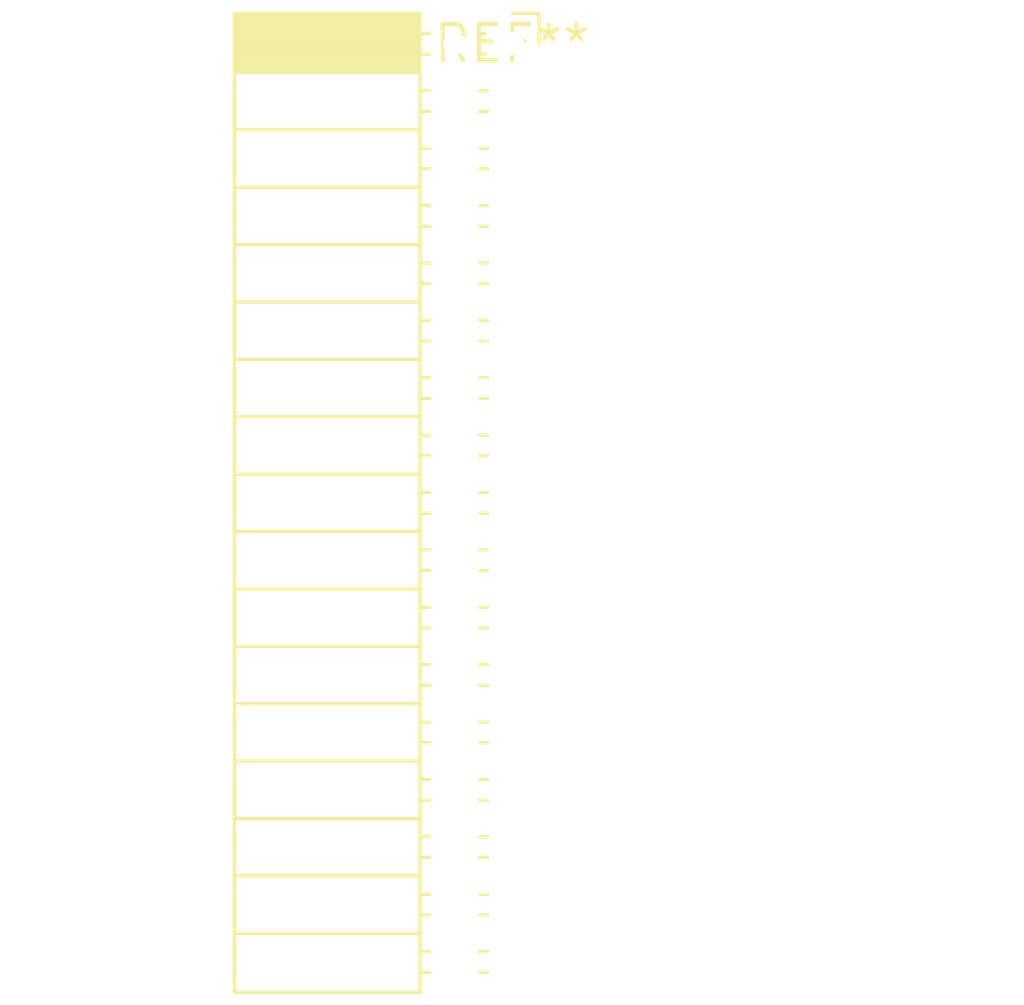
<source format=kicad_pcb>
(kicad_pcb (version 20240108) (generator pcbnew)
  (layers (0 "F.Cu" signal) (31 "B.Cu" signal) (34 "B.Paste" user) (35 "F.Paste" user) (36 "B.SilkS" user "B.Silkscreen") (37 "F.SilkS" user "F.Silkscreen") (38 "B.Mask" user) (39 "F.Mask" user) (44 "Edge.Cuts" user))
  (net 0 "")
  (footprint "PinSocket_2x17_P2.00mm_Horizontal" (layer "F.Cu") (at 0 0)
    (property "Reference" "REF**")
    (property "Value" "PinSocket_2x17_P2.00mm_Horizontal")
    (fp_line (start -9.68 -1.06) (end -9.68 33.06) (layer "F.SilkS") (stroke (width 0.12)))
    (fp_line (start -9.68 -1.06) (end -3.21 -1.06) (layer "F.SilkS") (stroke (width 0.12)))
    (fp_line (start -9.68 -0.94) (end -3.21 -0.94) (layer "F.SilkS") (stroke (width 0.12)))
    (fp_line (start -9.68 -0.825882) (end -3.21 -0.825882) (layer "F.SilkS") (stroke (width 0.12)))
    (fp_line (start -9.68 -0.711764) (end -3.21 -0.711764) (layer "F.SilkS") (stroke (width 0.12)))
    (fp_line (start -9.68 -0.597646) (end -3.21 -0.597646) (layer "F.SilkS") (stroke (width 0.12)))
    (fp_line (start -9.68 -0.483528) (end -3.21 -0.483528) (layer "F.SilkS") (stroke (width 0.12)))
    (fp_line (start -9.68 -0.36941) (end -3.21 -0.36941) (layer "F.SilkS") (stroke (width 0.12)))
    (fp_line (start -9.68 -0.255292) (end -3.21 -0.255292) (layer "F.SilkS") (stroke (width 0.12)))
    (fp_line (start -9.68 -0.141174) (end -3.21 -0.141174) (layer "F.SilkS") (stroke (width 0.12)))
    (fp_line (start -9.68 -0.027056) (end -3.21 -0.027056) (layer "F.SilkS") (stroke (width 0.12)))
    (fp_line (start -9.68 0.087062) (end -3.21 0.087062) (layer "F.SilkS") (stroke (width 0.12)))
    (fp_line (start -9.68 0.20118) (end -3.21 0.20118) (layer "F.SilkS") (stroke (width 0.12)))
    (fp_line (start -9.68 0.315298) (end -3.21 0.315298) (layer "F.SilkS") (stroke (width 0.12)))
    (fp_line (start -9.68 0.429416) (end -3.21 0.429416) (layer "F.SilkS") (stroke (width 0.12)))
    (fp_line (start -9.68 0.543534) (end -3.21 0.543534) (layer "F.SilkS") (stroke (width 0.12)))
    (fp_line (start -9.68 0.657652) (end -3.21 0.657652) (layer "F.SilkS") (stroke (width 0.12)))
    (fp_line (start -9.68 0.77177) (end -3.21 0.77177) (layer "F.SilkS") (stroke (width 0.12)))
    (fp_line (start -9.68 0.885888) (end -3.21 0.885888) (layer "F.SilkS") (stroke (width 0.12)))
    (fp_line (start -9.68 1) (end -3.21 1) (layer "F.SilkS") (stroke (width 0.12)))
    (fp_line (start -9.68 3) (end -3.21 3) (layer "F.SilkS") (stroke (width 0.12)))
    (fp_line (start -9.68 5) (end -3.21 5) (layer "F.SilkS") (stroke (width 0.12)))
    (fp_line (start -9.68 7) (end -3.21 7) (layer "F.SilkS") (stroke (width 0.12)))
    (fp_line (start -9.68 9) (end -3.21 9) (layer "F.SilkS") (stroke (width 0.12)))
    (fp_line (start -9.68 11) (end -3.21 11) (layer "F.SilkS") (stroke (width 0.12)))
    (fp_line (start -9.68 13) (end -3.21 13) (layer "F.SilkS") (stroke (width 0.12)))
    (fp_line (start -9.68 15) (end -3.21 15) (layer "F.SilkS") (stroke (width 0.12)))
    (fp_line (start -9.68 17) (end -3.21 17) (layer "F.SilkS") (stroke (width 0.12)))
    (fp_line (start -9.68 19) (end -3.21 19) (layer "F.SilkS") (stroke (width 0.12)))
    (fp_line (start -9.68 21) (end -3.21 21) (layer "F.SilkS") (stroke (width 0.12)))
    (fp_line (start -9.68 23) (end -3.21 23) (layer "F.SilkS") (stroke (width 0.12)))
    (fp_line (start -9.68 25) (end -3.21 25) (layer "F.SilkS") (stroke (width 0.12)))
    (fp_line (start -9.68 27) (end -3.21 27) (layer "F.SilkS") (stroke (width 0.12)))
    (fp_line (start -9.68 29) (end -3.21 29) (layer "F.SilkS") (stroke (width 0.12)))
    (fp_line (start -9.68 31) (end -3.21 31) (layer "F.SilkS") (stroke (width 0.12)))
    (fp_line (start -9.68 33.06) (end -3.21 33.06) (layer "F.SilkS") (stroke (width 0.12)))
    (fp_line (start -3.21 -1.06) (end -3.21 33.06) (layer "F.SilkS") (stroke (width 0.12)))
    (fp_line (start -3.21 -0.36) (end -2.862917 -0.36) (layer "F.SilkS") (stroke (width 0.12)))
    (fp_line (start -3.21 0.36) (end -2.862917 0.36) (layer "F.SilkS") (stroke (width 0.12)))
    (fp_line (start -3.21 1.64) (end -2.862917 1.64) (layer "F.SilkS") (stroke (width 0.12)))
    (fp_line (start -3.21 2.36) (end -2.862917 2.36) (layer "F.SilkS") (stroke (width 0.12)))
    (fp_line (start -3.21 3.64) (end -2.862917 3.64) (layer "F.SilkS") (stroke (width 0.12)))
    (fp_line (start -3.21 4.36) (end -2.862917 4.36) (layer "F.SilkS") (stroke (width 0.12)))
    (fp_line (start -3.21 5.64) (end -2.862917 5.64) (layer "F.SilkS") (stroke (width 0.12)))
    (fp_line (start -3.21 6.36) (end -2.862917 6.36) (layer "F.SilkS") (stroke (width 0.12)))
    (fp_line (start -3.21 7.64) (end -2.862917 7.64) (layer "F.SilkS") (stroke (width 0.12)))
    (fp_line (start -3.21 8.36) (end -2.862917 8.36) (layer "F.SilkS") (stroke (width 0.12)))
    (fp_line (start -3.21 9.64) (end -2.862917 9.64) (layer "F.SilkS") (stroke (width 0.12)))
    (fp_line (start -3.21 10.36) (end -2.862917 10.36) (layer "F.SilkS") (stroke (width 0.12)))
    (fp_line (start -3.21 11.64) (end -2.862917 11.64) (layer "F.SilkS") (stroke (width 0.12)))
    (fp_line (start -3.21 12.36) (end -2.862917 12.36) (layer "F.SilkS") (stroke (width 0.12)))
    (fp_line (start -3.21 13.64) (end -2.862917 13.64) (layer "F.SilkS") (stroke (width 0.12)))
    (fp_line (start -3.21 14.36) (end -2.862917 14.36) (layer "F.SilkS") (stroke (width 0.12)))
    (fp_line (start -3.21 15.64) (end -2.862917 15.64) (layer "F.SilkS") (stroke (width 0.12)))
    (fp_line (start -3.21 16.36) (end -2.862917 16.36) (layer "F.SilkS") (stroke (width 0.12)))
    (fp_line (start -3.21 17.64) (end -2.862917 17.64) (layer "F.SilkS") (stroke (width 0.12)))
    (fp_line (start -3.21 18.36) (end -2.862917 18.36) (layer "F.SilkS") (stroke (width 0.12)))
    (fp_line (start -3.21 19.64) (end -2.862917 19.64) (layer "F.SilkS") (stroke (width 0.12)))
    (fp_line (start -3.21 20.36) (end -2.862917 20.36) (layer "F.SilkS") (stroke (width 0.12)))
    (fp_line (start -3.21 21.64) (end -2.862917 21.64) (layer "F.SilkS") (stroke (width 0.12)))
    (fp_line (start -3.21 22.36) (end -2.862917 22.36) (layer "F.SilkS") (stroke (width 0.12)))
    (fp_line (start -3.21 23.64) (end -2.862917 23.64) (layer "F.SilkS") (stroke (width 0.12)))
    (fp_line (start -3.21 24.36) (end -2.862917 24.36) (layer "F.SilkS") (stroke (width 0.12)))
    (fp_line (start -3.21 25.64) (end -2.862917 25.64) (layer "F.SilkS") (stroke (width 0.12)))
    (fp_line (start -3.21 26.36) (end -2.862917 26.36) (layer "F.SilkS") (stroke (width 0.12)))
    (fp_line (start -3.21 27.64) (end -2.862917 27.64) (layer "F.SilkS") (stroke (width 0.12)))
    (fp_line (start -3.21 28.36) (end -2.862917 28.36) (layer "F.SilkS") (stroke (width 0.12)))
    (fp_line (start -3.21 29.64) (end -2.862917 29.64) (layer "F.SilkS") (stroke (width 0.12)))
    (fp_line (start -3.21 30.36) (end -2.862917 30.36) (layer "F.SilkS") (stroke (width 0.12)))
    (fp_line (start -3.21 31.64) (end -2.862917 31.64) (layer "F.SilkS") (stroke (width 0.12)))
    (fp_line (start -3.21 32.36) (end -2.862917 32.36) (layer "F.SilkS") (stroke (width 0.12)))
    (fp_line (start -1.137083 -0.36) (end -0.935 -0.36) (layer "F.SilkS") (stroke (width 0.12)))
    (fp_line (start -1.137083 0.36) (end -0.935 0.36) (layer "F.SilkS") (stroke (width 0.12)))
    (fp_line (start -1.137083 1.64) (end -0.862917 1.64) (layer "F.SilkS") (stroke (width 0.12)))
    (fp_line (start -1.137083 2.36) (end -0.862917 2.36) (layer "F.SilkS") (stroke (width 0.12)))
    (fp_line (start -1.137083 3.64) (end -0.862917 3.64) (layer "F.SilkS") (stroke (width 0.12)))
    (fp_line (start -1.137083 4.36) (end -0.862917 4.36) (layer "F.SilkS") (stroke (width 0.12)))
    (fp_line (start -1.137083 5.64) (end -0.862917 5.64) (layer "F.SilkS") (stroke (width 0.12)))
    (fp_line (start -1.137083 6.36) (end -0.862917 6.36) (layer "F.SilkS") (stroke (width 0.12)))
    (fp_line (start -1.137083 7.64) (end -0.862917 7.64) (layer "F.SilkS") (stroke (width 0.12)))
    (fp_line (start -1.137083 8.36) (end -0.862917 8.36) (layer "F.SilkS") (stroke (width 0.12)))
    (fp_line (start -1.137083 9.64) (end -0.862917 9.64) (layer "F.SilkS") (stroke (width 0.12)))
    (fp_line (start -1.137083 10.36) (end -0.862917 10.36) (layer "F.SilkS") (stroke (width 0.12)))
    (fp_line (start -1.137083 11.64) (end -0.862917 11.64) (layer "F.SilkS") (stroke (width 0.12)))
    (fp_line (start -1.137083 12.36) (end -0.862917 12.36) (layer "F.SilkS") (stroke (width 0.12)))
    (fp_line (start -1.137083 13.64) (end -0.862917 13.64) (layer "F.SilkS") (stroke (width 0.12)))
    (fp_line (start -1.137083 14.36) (end -0.862917 14.36) (layer "F.SilkS") (stroke (width 0.12)))
    (fp_line (start -1.137083 15.64) (end -0.862917 15.64) (layer "F.SilkS") (stroke (width 0.12)))
    (fp_line (start -1.137083 16.36) (end -0.862917 16.36) (layer "F.SilkS") (stroke (width 0.12)))
    (fp_line (start -1.137083 17.64) (end -0.862917 17.64) (layer "F.SilkS") (stroke (width 0.12)))
    (fp_line (start -1.137083 18.36) (end -0.862917 18.36) (layer "F.SilkS") (stroke (width 0.12)))
    (fp_line (start -1.137083 19.64) (end -0.862917 19.64) (layer "F.SilkS") (stroke (width 0.12)))
    (fp_line (start -1.137083 20.36) (end -0.862917 20.36) (layer "F.SilkS") (stroke (width 0.12)))
    (fp_line (start -1.137083 21.64) (end -0.862917 21.64) (layer "F.SilkS") (stroke (width 0.12)))
    (fp_line (start -1.137083 22.36) (end -0.862917 22.36) (layer "F.SilkS") (stroke (width 0.12)))
    (fp_line (start -1.137083 23.64) (end -0.862917 23.64) (layer "F.SilkS") (stroke (width 0.12)))
    (fp_line (start -1.137083 24.36) (end -0.862917 24.36) (layer "F.SilkS") (stroke (width 0.12)))
    (fp_line (start -1.137083 25.64) (end -0.862917 25.64) (layer "F.SilkS") (stroke (width 0.12)))
    (fp_line (start -1.137083 26.36) (end -0.862917 26.36) (layer "F.SilkS") (stroke (width 0.12)))
    (fp_line (start -1.137083 27.64) (end -0.862917 27.64) (layer "F.SilkS") (stroke (width 0.12)))
    (fp_line (start -1.137083 28.36) (end -0.862917 28.36) (layer "F.SilkS") (stroke (width 0.12)))
    (fp_line (start -1.137083 29.64) (end -0.862917 29.64) (layer "F.SilkS") (stroke (width 0.12)))
    (fp_line (start -1.137083 30.36) (end -0.862917 30.36) (layer "F.SilkS") (stroke (width 0.12)))
    (fp_line (start -1.137083 31.64) (end -0.862917 31.64) (layer "F.SilkS") (stroke (width 0.12)))
    (fp_line (start -1.137083 32.36) (end -0.862917 32.36) (layer "F.SilkS") (stroke (width 0.12)))
    (fp_line (start 0 -1.06) (end 0.935 -1.06) (layer "F.SilkS") (stroke (width 0.12)))
    (fp_line (start 0.935 -1.06) (end 0.935 0) (layer "F.SilkS") (stroke (width 0.12)))
    (pad "1" thru_hole rect (at 0 0) (size 1.35 1.35) (drill 0.8) (layers *.Cu *.Mask) (remove_unused_layers))
    (pad "2" thru_hole oval (at -2 0) (size 1.35 1.35) (drill 0.8) (layers *.Cu *.Mask) (remove_unused_layers))
    (pad "3" thru_hole oval (at 0 2) (size 1.35 1.35) (drill 0.8) (layers *.Cu *.Mask) (remove_unused_layers))
    (pad "4" thru_hole oval (at -2 2) (size 1.35 1.35) (drill 0.8) (layers *.Cu *.Mask) (remove_unused_layers))
    (pad "5" thru_hole oval (at 0 4) (size 1.35 1.35) (drill 0.8) (layers *.Cu *.Mask) (remove_unused_layers))
    (pad "6" thru_hole oval (at -2 4) (size 1.35 1.35) (drill 0.8) (layers *.Cu *.Mask) (remove_unused_layers))
    (pad "7" thru_hole oval (at 0 6) (size 1.35 1.35) (drill 0.8) (layers *.Cu *.Mask) (remove_unused_layers))
    (pad "8" thru_hole oval (at -2 6) (size 1.35 1.35) (drill 0.8) (layers *.Cu *.Mask) (remove_unused_layers))
    (pad "9" thru_hole oval (at 0 8) (size 1.35 1.35) (drill 0.8) (layers *.Cu *.Mask) (remove_unused_layers))
    (pad "10" thru_hole oval (at -2 8) (size 1.35 1.35) (drill 0.8) (layers *.Cu *.Mask) (remove_unused_layers))
    (pad "11" thru_hole oval (at 0 10) (size 1.35 1.35) (drill 0.8) (layers *.Cu *.Mask) (remove_unused_layers))
    (pad "12" thru_hole oval (at -2 10) (size 1.35 1.35) (drill 0.8) (layers *.Cu *.Mask) (remove_unused_layers))
    (pad "13" thru_hole oval (at 0 12) (size 1.35 1.35) (drill 0.8) (layers *.Cu *.Mask) (remove_unused_layers))
    (pad "14" thru_hole oval (at -2 12) (size 1.35 1.35) (drill 0.8) (layers *.Cu *.Mask) (remove_unused_layers))
    (pad "15" thru_hole oval (at 0 14) (size 1.35 1.35) (drill 0.8) (layers *.Cu *.Mask) (remove_unused_layers))
    (pad "16" thru_hole oval (at -2 14) (size 1.35 1.35) (drill 0.8) (layers *.Cu *.Mask) (remove_unused_layers))
    (pad "17" thru_hole oval (at 0 16) (size 1.35 1.35) (drill 0.8) (layers *.Cu *.Mask) (remove_unused_layers))
    (pad "18" thru_hole oval (at -2 16) (size 1.35 1.35) (drill 0.8) (layers *.Cu *.Mask) (remove_unused_layers))
    (pad "19" thru_hole oval (at 0 18) (size 1.35 1.35) (drill 0.8) (layers *.Cu *.Mask) (remove_unused_layers))
    (pad "20" thru_hole oval (at -2 18) (size 1.35 1.35) (drill 0.8) (layers *.Cu *.Mask) (remove_unused_layers))
    (pad "21" thru_hole oval (at 0 20) (size 1.35 1.35) (drill 0.8) (layers *.Cu *.Mask) (remove_unused_layers))
    (pad "22" thru_hole oval (at -2 20) (size 1.35 1.35) (drill 0.8) (layers *.Cu *.Mask) (remove_unused_layers))
    (pad "23" thru_hole oval (at 0 22) (size 1.35 1.35) (drill 0.8) (layers *.Cu *.Mask) (remove_unused_layers))
    (pad "24" thru_hole oval (at -2 22) (size 1.35 1.35) (drill 0.8) (layers *.Cu *.Mask) (remove_unused_layers))
    (pad "25" thru_hole oval (at 0 24) (size 1.35 1.35) (drill 0.8) (layers *.Cu *.Mask) (remove_unused_layers))
    (pad "26" thru_hole oval (at -2 24) (size 1.35 1.35) (drill 0.8) (layers *.Cu *.Mask) (remove_unused_layers))
    (pad "27" thru_hole oval (at 0 26) (size 1.35 1.35) (drill 0.8) (layers *.Cu *.Mask) (remove_unused_layers))
    (pad "28" thru_hole oval (at -2 26) (size 1.35 1.35) (drill 0.8) (layers *.Cu *.Mask) (remove_unused_layers))
    (pad "29" thru_hole oval (at 0 28) (size 1.35 1.35) (drill 0.8) (layers *.Cu *.Mask) (remove_unused_layers))
    (pad "30" thru_hole oval (at -2 28) (size 1.35 1.35) (drill 0.8) (layers *.Cu *.Mask) (remove_unused_layers))
    (pad "31" thru_hole oval (at 0 30) (size 1.35 1.35) (drill 0.8) (layers *.Cu *.Mask) (remove_unused_layers))
    (pad "32" thru_hole oval (at -2 30) (size 1.35 1.35) (drill 0.8) (layers *.Cu *.Mask) (remove_unused_layers))
    (pad "33" thru_hole oval (at 0 32) (size 1.35 1.35) (drill 0.8) (layers *.Cu *.Mask) (remove_unused_layers))
    (pad "34" thru_hole oval (at -2 32) (size 1.35 1.35) (drill 0.8) (layers *.Cu *.Mask) (remove_unused_layers))
  )
)
</source>
